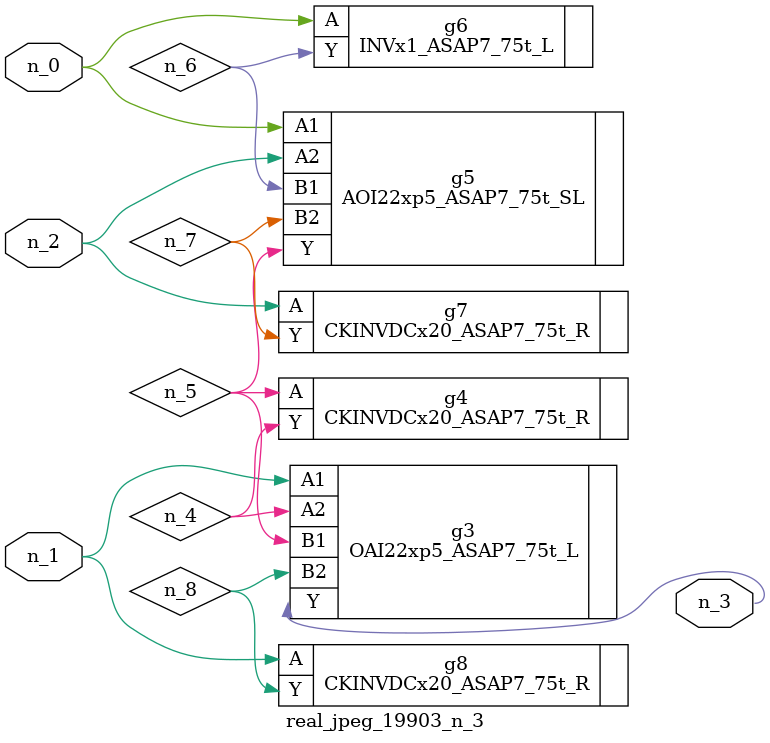
<source format=v>
module real_jpeg_19903_n_3 (n_1, n_0, n_2, n_3);

input n_1;
input n_0;
input n_2;

output n_3;

wire n_5;
wire n_4;
wire n_8;
wire n_6;
wire n_7;

AOI22xp5_ASAP7_75t_SL g5 ( 
.A1(n_0),
.A2(n_2),
.B1(n_6),
.B2(n_7),
.Y(n_5)
);

INVx1_ASAP7_75t_L g6 ( 
.A(n_0),
.Y(n_6)
);

OAI22xp5_ASAP7_75t_L g3 ( 
.A1(n_1),
.A2(n_4),
.B1(n_5),
.B2(n_8),
.Y(n_3)
);

CKINVDCx20_ASAP7_75t_R g8 ( 
.A(n_1),
.Y(n_8)
);

CKINVDCx20_ASAP7_75t_R g7 ( 
.A(n_2),
.Y(n_7)
);

CKINVDCx20_ASAP7_75t_R g4 ( 
.A(n_5),
.Y(n_4)
);


endmodule
</source>
